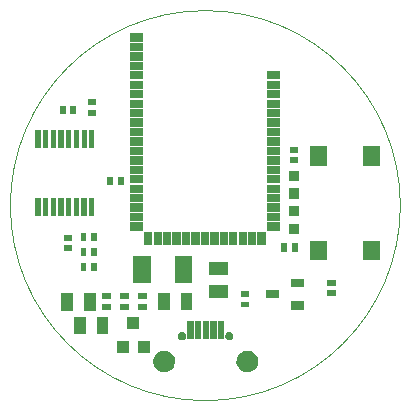
<source format=gts>
G04 (created by PCBNEW (2013-07-07 BZR 4022)-stable) date 4/12/2015 11:00:48 PM*
%MOIN*%
G04 Gerber Fmt 3.4, Leading zero omitted, Abs format*
%FSLAX34Y34*%
G01*
G70*
G90*
G04 APERTURE LIST*
%ADD10C,0.00590551*%
%ADD11C,0.00393701*%
G04 APERTURE END LIST*
G54D10*
G54D11*
X84500Y-52000D02*
G75*
G03X84500Y-52000I-6500J0D01*
G74*
G01*
G54D10*
G36*
X72510Y-50079D02*
X72332Y-50079D01*
X72332Y-49487D01*
X72510Y-49487D01*
X72510Y-50079D01*
X72510Y-50079D01*
G37*
G36*
X72510Y-52343D02*
X72332Y-52343D01*
X72332Y-51751D01*
X72510Y-51751D01*
X72510Y-52343D01*
X72510Y-52343D01*
G37*
G36*
X72766Y-50079D02*
X72588Y-50079D01*
X72588Y-49487D01*
X72766Y-49487D01*
X72766Y-50079D01*
X72766Y-50079D01*
G37*
G36*
X72766Y-52343D02*
X72588Y-52343D01*
X72588Y-51751D01*
X72766Y-51751D01*
X72766Y-52343D01*
X72766Y-52343D01*
G37*
G36*
X73022Y-50079D02*
X72843Y-50079D01*
X72843Y-49487D01*
X73022Y-49487D01*
X73022Y-50079D01*
X73022Y-50079D01*
G37*
G36*
X73022Y-52343D02*
X72843Y-52343D01*
X72843Y-51751D01*
X73022Y-51751D01*
X73022Y-52343D01*
X73022Y-52343D01*
G37*
G36*
X73278Y-50079D02*
X73099Y-50079D01*
X73099Y-49487D01*
X73278Y-49487D01*
X73278Y-50079D01*
X73278Y-50079D01*
G37*
G36*
X73278Y-52343D02*
X73099Y-52343D01*
X73099Y-51751D01*
X73278Y-51751D01*
X73278Y-52343D01*
X73278Y-52343D01*
G37*
G36*
X73346Y-48957D02*
X73149Y-48957D01*
X73149Y-48680D01*
X73346Y-48680D01*
X73346Y-48957D01*
X73346Y-48957D01*
G37*
G36*
X73533Y-50079D02*
X73355Y-50079D01*
X73355Y-49487D01*
X73533Y-49487D01*
X73533Y-50079D01*
X73533Y-50079D01*
G37*
G36*
X73533Y-52343D02*
X73355Y-52343D01*
X73355Y-51751D01*
X73533Y-51751D01*
X73533Y-52343D01*
X73533Y-52343D01*
G37*
G36*
X73563Y-53169D02*
X73287Y-53169D01*
X73287Y-52972D01*
X73563Y-52972D01*
X73563Y-53169D01*
X73563Y-53169D01*
G37*
G36*
X73563Y-53523D02*
X73287Y-53523D01*
X73287Y-53326D01*
X73563Y-53326D01*
X73563Y-53523D01*
X73563Y-53523D01*
G37*
G36*
X73590Y-55510D02*
X73199Y-55510D01*
X73199Y-54919D01*
X73590Y-54919D01*
X73590Y-55510D01*
X73590Y-55510D01*
G37*
G36*
X73700Y-48957D02*
X73503Y-48957D01*
X73503Y-48680D01*
X73700Y-48680D01*
X73700Y-48957D01*
X73700Y-48957D01*
G37*
G36*
X73789Y-50079D02*
X73611Y-50079D01*
X73611Y-49487D01*
X73789Y-49487D01*
X73789Y-50079D01*
X73789Y-50079D01*
G37*
G36*
X73789Y-52343D02*
X73611Y-52343D01*
X73611Y-51751D01*
X73789Y-51751D01*
X73789Y-52343D01*
X73789Y-52343D01*
G37*
G36*
X74020Y-56295D02*
X73629Y-56295D01*
X73629Y-55704D01*
X74020Y-55704D01*
X74020Y-56295D01*
X74020Y-56295D01*
G37*
G36*
X74035Y-53189D02*
X73838Y-53189D01*
X73838Y-52912D01*
X74035Y-52912D01*
X74035Y-53189D01*
X74035Y-53189D01*
G37*
G36*
X74035Y-53681D02*
X73838Y-53681D01*
X73838Y-53405D01*
X74035Y-53405D01*
X74035Y-53681D01*
X74035Y-53681D01*
G37*
G36*
X74035Y-54173D02*
X73838Y-54173D01*
X73838Y-53897D01*
X74035Y-53897D01*
X74035Y-54173D01*
X74035Y-54173D01*
G37*
G36*
X74045Y-52343D02*
X73867Y-52343D01*
X73867Y-51751D01*
X74045Y-51751D01*
X74045Y-52343D01*
X74045Y-52343D01*
G37*
G36*
X74049Y-50076D02*
X73871Y-50076D01*
X73871Y-49484D01*
X74049Y-49484D01*
X74049Y-50076D01*
X74049Y-50076D01*
G37*
G36*
X74301Y-50079D02*
X74123Y-50079D01*
X74123Y-49487D01*
X74301Y-49487D01*
X74301Y-50079D01*
X74301Y-50079D01*
G37*
G36*
X74301Y-52343D02*
X74123Y-52343D01*
X74123Y-51751D01*
X74301Y-51751D01*
X74301Y-52343D01*
X74301Y-52343D01*
G37*
G36*
X74340Y-55510D02*
X73949Y-55510D01*
X73949Y-54919D01*
X74340Y-54919D01*
X74340Y-55510D01*
X74340Y-55510D01*
G37*
G36*
X74350Y-48642D02*
X74074Y-48642D01*
X74074Y-48444D01*
X74350Y-48444D01*
X74350Y-48642D01*
X74350Y-48642D01*
G37*
G36*
X74350Y-48996D02*
X74074Y-48996D01*
X74074Y-48798D01*
X74350Y-48798D01*
X74350Y-48996D01*
X74350Y-48996D01*
G37*
G36*
X74389Y-53189D02*
X74192Y-53189D01*
X74192Y-52912D01*
X74389Y-52912D01*
X74389Y-53189D01*
X74389Y-53189D01*
G37*
G36*
X74389Y-53681D02*
X74192Y-53681D01*
X74192Y-53405D01*
X74389Y-53405D01*
X74389Y-53681D01*
X74389Y-53681D01*
G37*
G36*
X74389Y-54173D02*
X74192Y-54173D01*
X74192Y-53897D01*
X74389Y-53897D01*
X74389Y-54173D01*
X74389Y-54173D01*
G37*
G36*
X74770Y-56295D02*
X74379Y-56295D01*
X74379Y-55704D01*
X74770Y-55704D01*
X74770Y-56295D01*
X74770Y-56295D01*
G37*
G36*
X74838Y-55121D02*
X74561Y-55121D01*
X74561Y-54924D01*
X74838Y-54924D01*
X74838Y-55121D01*
X74838Y-55121D01*
G37*
G36*
X74838Y-55475D02*
X74561Y-55475D01*
X74561Y-55278D01*
X74838Y-55278D01*
X74838Y-55475D01*
X74838Y-55475D01*
G37*
G36*
X74921Y-51319D02*
X74724Y-51319D01*
X74724Y-51042D01*
X74921Y-51042D01*
X74921Y-51319D01*
X74921Y-51319D01*
G37*
G36*
X75275Y-51319D02*
X75078Y-51319D01*
X75078Y-51042D01*
X75275Y-51042D01*
X75275Y-51319D01*
X75275Y-51319D01*
G37*
G36*
X75438Y-55121D02*
X75161Y-55121D01*
X75161Y-54924D01*
X75438Y-54924D01*
X75438Y-55121D01*
X75438Y-55121D01*
G37*
G36*
X75438Y-55475D02*
X75161Y-55475D01*
X75161Y-55278D01*
X75438Y-55278D01*
X75438Y-55475D01*
X75438Y-55475D01*
G37*
G36*
X75450Y-56900D02*
X75049Y-56900D01*
X75049Y-56499D01*
X75450Y-56499D01*
X75450Y-56900D01*
X75450Y-56900D01*
G37*
G36*
X75800Y-56100D02*
X75399Y-56100D01*
X75399Y-55699D01*
X75800Y-55699D01*
X75800Y-56100D01*
X75800Y-56100D01*
G37*
G36*
X75918Y-46535D02*
X75485Y-46535D01*
X75485Y-46260D01*
X75918Y-46260D01*
X75918Y-46535D01*
X75918Y-46535D01*
G37*
G36*
X75918Y-46850D02*
X75485Y-46850D01*
X75485Y-46574D01*
X75918Y-46574D01*
X75918Y-46850D01*
X75918Y-46850D01*
G37*
G36*
X75918Y-47165D02*
X75485Y-47165D01*
X75485Y-46889D01*
X75918Y-46889D01*
X75918Y-47165D01*
X75918Y-47165D01*
G37*
G36*
X75918Y-47480D02*
X75485Y-47480D01*
X75485Y-47204D01*
X75918Y-47204D01*
X75918Y-47480D01*
X75918Y-47480D01*
G37*
G36*
X75918Y-47795D02*
X75485Y-47795D01*
X75485Y-47519D01*
X75918Y-47519D01*
X75918Y-47795D01*
X75918Y-47795D01*
G37*
G36*
X75918Y-48110D02*
X75485Y-48110D01*
X75485Y-47834D01*
X75918Y-47834D01*
X75918Y-48110D01*
X75918Y-48110D01*
G37*
G36*
X75918Y-48425D02*
X75485Y-48425D01*
X75485Y-48149D01*
X75918Y-48149D01*
X75918Y-48425D01*
X75918Y-48425D01*
G37*
G36*
X75918Y-48740D02*
X75485Y-48740D01*
X75485Y-48464D01*
X75918Y-48464D01*
X75918Y-48740D01*
X75918Y-48740D01*
G37*
G36*
X75918Y-49055D02*
X75485Y-49055D01*
X75485Y-48779D01*
X75918Y-48779D01*
X75918Y-49055D01*
X75918Y-49055D01*
G37*
G36*
X75918Y-49370D02*
X75485Y-49370D01*
X75485Y-49094D01*
X75918Y-49094D01*
X75918Y-49370D01*
X75918Y-49370D01*
G37*
G36*
X75918Y-49685D02*
X75485Y-49685D01*
X75485Y-49409D01*
X75918Y-49409D01*
X75918Y-49685D01*
X75918Y-49685D01*
G37*
G36*
X75918Y-50000D02*
X75485Y-50000D01*
X75485Y-49724D01*
X75918Y-49724D01*
X75918Y-50000D01*
X75918Y-50000D01*
G37*
G36*
X75918Y-50315D02*
X75485Y-50315D01*
X75485Y-50039D01*
X75918Y-50039D01*
X75918Y-50315D01*
X75918Y-50315D01*
G37*
G36*
X75918Y-50630D02*
X75485Y-50630D01*
X75485Y-50354D01*
X75918Y-50354D01*
X75918Y-50630D01*
X75918Y-50630D01*
G37*
G36*
X75918Y-50945D02*
X75485Y-50945D01*
X75485Y-50669D01*
X75918Y-50669D01*
X75918Y-50945D01*
X75918Y-50945D01*
G37*
G36*
X75918Y-51260D02*
X75485Y-51260D01*
X75485Y-50984D01*
X75918Y-50984D01*
X75918Y-51260D01*
X75918Y-51260D01*
G37*
G36*
X75918Y-51575D02*
X75485Y-51575D01*
X75485Y-51299D01*
X75918Y-51299D01*
X75918Y-51575D01*
X75918Y-51575D01*
G37*
G36*
X75918Y-51890D02*
X75485Y-51890D01*
X75485Y-51614D01*
X75918Y-51614D01*
X75918Y-51890D01*
X75918Y-51890D01*
G37*
G36*
X75918Y-52205D02*
X75485Y-52205D01*
X75485Y-51929D01*
X75918Y-51929D01*
X75918Y-52205D01*
X75918Y-52205D01*
G37*
G36*
X75918Y-52520D02*
X75485Y-52520D01*
X75485Y-52244D01*
X75918Y-52244D01*
X75918Y-52520D01*
X75918Y-52520D01*
G37*
G36*
X75918Y-52835D02*
X75485Y-52835D01*
X75485Y-52559D01*
X75918Y-52559D01*
X75918Y-52835D01*
X75918Y-52835D01*
G37*
G36*
X76038Y-55121D02*
X75761Y-55121D01*
X75761Y-54924D01*
X76038Y-54924D01*
X76038Y-55121D01*
X76038Y-55121D01*
G37*
G36*
X76038Y-55475D02*
X75761Y-55475D01*
X75761Y-55278D01*
X76038Y-55278D01*
X76038Y-55475D01*
X76038Y-55475D01*
G37*
G36*
X76150Y-56900D02*
X75749Y-56900D01*
X75749Y-56499D01*
X76150Y-56499D01*
X76150Y-56900D01*
X76150Y-56900D01*
G37*
G36*
X76175Y-54576D02*
X75596Y-54576D01*
X75596Y-53690D01*
X76175Y-53690D01*
X76175Y-54576D01*
X76175Y-54576D01*
G37*
G36*
X76233Y-53307D02*
X75957Y-53307D01*
X75957Y-52874D01*
X76233Y-52874D01*
X76233Y-53307D01*
X76233Y-53307D01*
G37*
G36*
X76548Y-53307D02*
X76272Y-53307D01*
X76272Y-52874D01*
X76548Y-52874D01*
X76548Y-53307D01*
X76548Y-53307D01*
G37*
G36*
X76820Y-55495D02*
X76429Y-55495D01*
X76429Y-54904D01*
X76820Y-54904D01*
X76820Y-55495D01*
X76820Y-55495D01*
G37*
G36*
X76863Y-53307D02*
X76587Y-53307D01*
X76587Y-52874D01*
X76863Y-52874D01*
X76863Y-53307D01*
X76863Y-53307D01*
G37*
G36*
X76986Y-57160D02*
X76984Y-57240D01*
X76968Y-57310D01*
X76940Y-57374D01*
X76898Y-57433D01*
X76848Y-57481D01*
X76787Y-57520D01*
X76722Y-57545D01*
X76651Y-57557D01*
X76581Y-57556D01*
X76511Y-57540D01*
X76447Y-57512D01*
X76388Y-57471D01*
X76339Y-57421D01*
X76300Y-57360D01*
X76275Y-57296D01*
X76261Y-57224D01*
X76262Y-57155D01*
X76277Y-57084D01*
X76305Y-57020D01*
X76346Y-56961D01*
X76395Y-56912D01*
X76456Y-56872D01*
X76520Y-56846D01*
X76592Y-56833D01*
X76661Y-56833D01*
X76732Y-56848D01*
X76796Y-56875D01*
X76856Y-56915D01*
X76905Y-56964D01*
X76945Y-57024D01*
X76945Y-57025D01*
X76971Y-57089D01*
X76985Y-57159D01*
X76986Y-57160D01*
X76986Y-57160D01*
G37*
G36*
X77178Y-53307D02*
X76902Y-53307D01*
X76902Y-52874D01*
X77178Y-52874D01*
X77178Y-53307D01*
X77178Y-53307D01*
G37*
G36*
X77360Y-56336D02*
X77359Y-56365D01*
X77353Y-56392D01*
X77343Y-56415D01*
X77327Y-56438D01*
X77308Y-56455D01*
X77285Y-56470D01*
X77261Y-56479D01*
X77234Y-56484D01*
X77209Y-56484D01*
X77181Y-56477D01*
X77158Y-56467D01*
X77135Y-56451D01*
X77118Y-56433D01*
X77103Y-56410D01*
X77094Y-56387D01*
X77088Y-56359D01*
X77089Y-56334D01*
X77095Y-56306D01*
X77104Y-56284D01*
X77120Y-56260D01*
X77138Y-56243D01*
X77162Y-56227D01*
X77185Y-56218D01*
X77213Y-56213D01*
X77237Y-56213D01*
X77265Y-56219D01*
X77288Y-56228D01*
X77312Y-56244D01*
X77329Y-56262D01*
X77344Y-56285D01*
X77345Y-56285D01*
X77354Y-56308D01*
X77359Y-56335D01*
X77360Y-56336D01*
X77360Y-56336D01*
G37*
G36*
X77493Y-53307D02*
X77217Y-53307D01*
X77217Y-52874D01*
X77493Y-52874D01*
X77493Y-53307D01*
X77493Y-53307D01*
G37*
G36*
X77553Y-54576D02*
X76974Y-54576D01*
X76974Y-53690D01*
X77553Y-53690D01*
X77553Y-54576D01*
X77553Y-54576D01*
G37*
G36*
X77570Y-55495D02*
X77179Y-55495D01*
X77179Y-54904D01*
X77570Y-54904D01*
X77570Y-55495D01*
X77570Y-55495D01*
G37*
G36*
X77606Y-56435D02*
X77394Y-56435D01*
X77394Y-55849D01*
X77606Y-55849D01*
X77606Y-56435D01*
X77606Y-56435D01*
G37*
G36*
X77808Y-53307D02*
X77532Y-53307D01*
X77532Y-52874D01*
X77808Y-52874D01*
X77808Y-53307D01*
X77808Y-53307D01*
G37*
G36*
X77862Y-56435D02*
X77650Y-56435D01*
X77650Y-55849D01*
X77862Y-55849D01*
X77862Y-56435D01*
X77862Y-56435D01*
G37*
G36*
X78117Y-56435D02*
X77906Y-56435D01*
X77906Y-55849D01*
X78117Y-55849D01*
X78117Y-56435D01*
X78117Y-56435D01*
G37*
G36*
X78123Y-53307D02*
X77847Y-53307D01*
X77847Y-52874D01*
X78123Y-52874D01*
X78123Y-53307D01*
X78123Y-53307D01*
G37*
G36*
X78373Y-56435D02*
X78161Y-56435D01*
X78161Y-55849D01*
X78373Y-55849D01*
X78373Y-56435D01*
X78373Y-56435D01*
G37*
G36*
X78438Y-53307D02*
X78162Y-53307D01*
X78162Y-52874D01*
X78438Y-52874D01*
X78438Y-53307D01*
X78438Y-53307D01*
G37*
G36*
X78629Y-56435D02*
X78417Y-56435D01*
X78417Y-55849D01*
X78629Y-55849D01*
X78629Y-56435D01*
X78629Y-56435D01*
G37*
G36*
X78745Y-54316D02*
X78114Y-54316D01*
X78114Y-53883D01*
X78745Y-53883D01*
X78745Y-54316D01*
X78745Y-54316D01*
G37*
G36*
X78745Y-55066D02*
X78114Y-55066D01*
X78114Y-54633D01*
X78745Y-54633D01*
X78745Y-55066D01*
X78745Y-55066D01*
G37*
G36*
X78753Y-53307D02*
X78477Y-53307D01*
X78477Y-52874D01*
X78753Y-52874D01*
X78753Y-53307D01*
X78753Y-53307D01*
G37*
G36*
X78934Y-56336D02*
X78934Y-56365D01*
X78927Y-56392D01*
X78917Y-56415D01*
X78901Y-56438D01*
X78883Y-56455D01*
X78859Y-56470D01*
X78836Y-56479D01*
X78808Y-56484D01*
X78783Y-56484D01*
X78756Y-56477D01*
X78733Y-56467D01*
X78710Y-56451D01*
X78692Y-56433D01*
X78677Y-56410D01*
X78668Y-56387D01*
X78663Y-56359D01*
X78663Y-56334D01*
X78669Y-56306D01*
X78679Y-56284D01*
X78695Y-56260D01*
X78713Y-56243D01*
X78736Y-56227D01*
X78759Y-56218D01*
X78787Y-56213D01*
X78812Y-56213D01*
X78840Y-56219D01*
X78862Y-56228D01*
X78886Y-56244D01*
X78903Y-56262D01*
X78919Y-56285D01*
X78919Y-56285D01*
X78928Y-56308D01*
X78934Y-56335D01*
X78934Y-56336D01*
X78934Y-56336D01*
G37*
G36*
X79068Y-53307D02*
X78792Y-53307D01*
X78792Y-52874D01*
X79068Y-52874D01*
X79068Y-53307D01*
X79068Y-53307D01*
G37*
G36*
X79383Y-53307D02*
X79107Y-53307D01*
X79107Y-52874D01*
X79383Y-52874D01*
X79383Y-53307D01*
X79383Y-53307D01*
G37*
G36*
X79468Y-55039D02*
X79192Y-55039D01*
X79192Y-54842D01*
X79468Y-54842D01*
X79468Y-55039D01*
X79468Y-55039D01*
G37*
G36*
X79468Y-55393D02*
X79192Y-55393D01*
X79192Y-55196D01*
X79468Y-55196D01*
X79468Y-55393D01*
X79468Y-55393D01*
G37*
G36*
X79698Y-53307D02*
X79422Y-53307D01*
X79422Y-52874D01*
X79698Y-52874D01*
X79698Y-53307D01*
X79698Y-53307D01*
G37*
G36*
X79761Y-57160D02*
X79760Y-57240D01*
X79744Y-57310D01*
X79716Y-57374D01*
X79674Y-57433D01*
X79624Y-57481D01*
X79563Y-57520D01*
X79498Y-57545D01*
X79426Y-57557D01*
X79357Y-57556D01*
X79286Y-57540D01*
X79223Y-57512D01*
X79163Y-57471D01*
X79115Y-57421D01*
X79076Y-57360D01*
X79050Y-57296D01*
X79037Y-57224D01*
X79038Y-57155D01*
X79053Y-57084D01*
X79080Y-57020D01*
X79121Y-56961D01*
X79171Y-56912D01*
X79232Y-56872D01*
X79296Y-56846D01*
X79367Y-56833D01*
X79436Y-56833D01*
X79508Y-56848D01*
X79571Y-56875D01*
X79632Y-56915D01*
X79680Y-56964D01*
X79720Y-57024D01*
X79721Y-57025D01*
X79747Y-57089D01*
X79761Y-57159D01*
X79761Y-57160D01*
X79761Y-57160D01*
G37*
G36*
X80013Y-53307D02*
X79737Y-53307D01*
X79737Y-52874D01*
X80013Y-52874D01*
X80013Y-53307D01*
X80013Y-53307D01*
G37*
G36*
X80451Y-55088D02*
X80016Y-55088D01*
X80016Y-54811D01*
X80451Y-54811D01*
X80451Y-55088D01*
X80451Y-55088D01*
G37*
G36*
X80485Y-47795D02*
X80052Y-47795D01*
X80052Y-47519D01*
X80485Y-47519D01*
X80485Y-47795D01*
X80485Y-47795D01*
G37*
G36*
X80485Y-48110D02*
X80052Y-48110D01*
X80052Y-47834D01*
X80485Y-47834D01*
X80485Y-48110D01*
X80485Y-48110D01*
G37*
G36*
X80485Y-48425D02*
X80052Y-48425D01*
X80052Y-48149D01*
X80485Y-48149D01*
X80485Y-48425D01*
X80485Y-48425D01*
G37*
G36*
X80485Y-48740D02*
X80052Y-48740D01*
X80052Y-48464D01*
X80485Y-48464D01*
X80485Y-48740D01*
X80485Y-48740D01*
G37*
G36*
X80485Y-49055D02*
X80052Y-49055D01*
X80052Y-48779D01*
X80485Y-48779D01*
X80485Y-49055D01*
X80485Y-49055D01*
G37*
G36*
X80485Y-49370D02*
X80052Y-49370D01*
X80052Y-49094D01*
X80485Y-49094D01*
X80485Y-49370D01*
X80485Y-49370D01*
G37*
G36*
X80485Y-49685D02*
X80052Y-49685D01*
X80052Y-49409D01*
X80485Y-49409D01*
X80485Y-49685D01*
X80485Y-49685D01*
G37*
G36*
X80485Y-50000D02*
X80052Y-50000D01*
X80052Y-49724D01*
X80485Y-49724D01*
X80485Y-50000D01*
X80485Y-50000D01*
G37*
G36*
X80485Y-50315D02*
X80052Y-50315D01*
X80052Y-50039D01*
X80485Y-50039D01*
X80485Y-50315D01*
X80485Y-50315D01*
G37*
G36*
X80485Y-50630D02*
X80052Y-50630D01*
X80052Y-50354D01*
X80485Y-50354D01*
X80485Y-50630D01*
X80485Y-50630D01*
G37*
G36*
X80485Y-50945D02*
X80052Y-50945D01*
X80052Y-50669D01*
X80485Y-50669D01*
X80485Y-50945D01*
X80485Y-50945D01*
G37*
G36*
X80485Y-51260D02*
X80052Y-51260D01*
X80052Y-50984D01*
X80485Y-50984D01*
X80485Y-51260D01*
X80485Y-51260D01*
G37*
G36*
X80485Y-51575D02*
X80052Y-51575D01*
X80052Y-51299D01*
X80485Y-51299D01*
X80485Y-51575D01*
X80485Y-51575D01*
G37*
G36*
X80485Y-51890D02*
X80052Y-51890D01*
X80052Y-51614D01*
X80485Y-51614D01*
X80485Y-51890D01*
X80485Y-51890D01*
G37*
G36*
X80485Y-52205D02*
X80052Y-52205D01*
X80052Y-51929D01*
X80485Y-51929D01*
X80485Y-52205D01*
X80485Y-52205D01*
G37*
G36*
X80485Y-52520D02*
X80052Y-52520D01*
X80052Y-52244D01*
X80485Y-52244D01*
X80485Y-52520D01*
X80485Y-52520D01*
G37*
G36*
X80485Y-52835D02*
X80052Y-52835D01*
X80052Y-52559D01*
X80485Y-52559D01*
X80485Y-52835D01*
X80485Y-52835D01*
G37*
G36*
X80721Y-53538D02*
X80524Y-53538D01*
X80524Y-53261D01*
X80721Y-53261D01*
X80721Y-53538D01*
X80721Y-53538D01*
G37*
G36*
X81075Y-53538D02*
X80878Y-53538D01*
X80878Y-53261D01*
X81075Y-53261D01*
X81075Y-53538D01*
X81075Y-53538D01*
G37*
G36*
X81088Y-50231D02*
X80811Y-50231D01*
X80811Y-50034D01*
X81088Y-50034D01*
X81088Y-50231D01*
X81088Y-50231D01*
G37*
G36*
X81088Y-50585D02*
X80811Y-50585D01*
X80811Y-50388D01*
X81088Y-50388D01*
X81088Y-50585D01*
X81088Y-50585D01*
G37*
G36*
X81127Y-51192D02*
X80772Y-51192D01*
X80772Y-50837D01*
X81127Y-50837D01*
X81127Y-51192D01*
X81127Y-51192D01*
G37*
G36*
X81127Y-51782D02*
X80772Y-51782D01*
X80772Y-51427D01*
X81127Y-51427D01*
X81127Y-51782D01*
X81127Y-51782D01*
G37*
G36*
X81137Y-52362D02*
X80782Y-52362D01*
X80782Y-52007D01*
X81137Y-52007D01*
X81137Y-52362D01*
X81137Y-52362D01*
G37*
G36*
X81137Y-52952D02*
X80782Y-52952D01*
X80782Y-52597D01*
X81137Y-52597D01*
X81137Y-52952D01*
X81137Y-52952D01*
G37*
G36*
X81283Y-54713D02*
X80848Y-54713D01*
X80848Y-54436D01*
X81283Y-54436D01*
X81283Y-54713D01*
X81283Y-54713D01*
G37*
G36*
X81283Y-55463D02*
X80848Y-55463D01*
X80848Y-55186D01*
X81283Y-55186D01*
X81283Y-55463D01*
X81283Y-55463D01*
G37*
G36*
X82040Y-50676D02*
X81489Y-50676D01*
X81489Y-50025D01*
X82040Y-50025D01*
X82040Y-50676D01*
X82040Y-50676D01*
G37*
G36*
X82040Y-53824D02*
X81489Y-53824D01*
X81489Y-53173D01*
X82040Y-53173D01*
X82040Y-53824D01*
X82040Y-53824D01*
G37*
G36*
X82338Y-54671D02*
X82061Y-54671D01*
X82061Y-54474D01*
X82338Y-54474D01*
X82338Y-54671D01*
X82338Y-54671D01*
G37*
G36*
X82338Y-55025D02*
X82061Y-55025D01*
X82061Y-54828D01*
X82338Y-54828D01*
X82338Y-55025D01*
X82338Y-55025D01*
G37*
G36*
X83810Y-50676D02*
X83259Y-50676D01*
X83259Y-50025D01*
X83810Y-50025D01*
X83810Y-50676D01*
X83810Y-50676D01*
G37*
G36*
X83810Y-53824D02*
X83259Y-53824D01*
X83259Y-53173D01*
X83810Y-53173D01*
X83810Y-53824D01*
X83810Y-53824D01*
G37*
M02*

</source>
